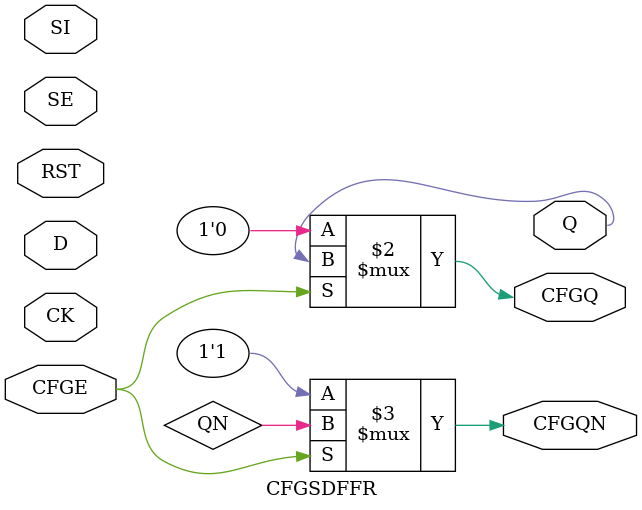
<source format=v>

module DFFQ (
  input CK, // Clock Input
  input D, // Data Input
  output Q // Q output
);
//------------Internal Variables--------
reg q_reg;

//-------------Code Starts Here---------
always @ (posedge CK) begin 
  q_reg <= D;
end

endmodule //End Of Module

//-----------------------------------------------------
// Function    : A native D-type flip-flop
//-----------------------------------------------------
module DFF (
  input CK, // Clock Input
  input D, // Data Input
  output Q, // Q output
  output QN // QB output
);
//------------Internal Variables--------
reg q_reg;

//-------------Code Starts Here---------
always @ (posedge CK) begin 
  q_reg <= D;
end

endmodule //End Of Module

//-----------------------------------------------------
// Function    : D-type flip-flop with 
//               - single output
//               - asynchronous active high reset
//-----------------------------------------------------
module DFFRQ (
  input RST, // Reset input
  input CK, // Clock Input
  input D, // Data Input
  output Q // Q output
);
//------------Internal Variables--------
reg q_reg;

//-------------Code Starts Here---------
always @ ( posedge CK or posedge RST)
if (RST) begin
  q_reg <= 1'b0;
end else begin
  q_reg <= D;
end

endmodule //End Of Module


//-----------------------------------------------------
// Function    : D-type flip-flop with 
//               - asynchronous active high reset
//-----------------------------------------------------
module DFFR (
  input RST, // Reset input
  input CK, // Clock Input
  input D, // Data Input
  output Q, // Q output
  output QN // QB output
);
//------------Internal Variables--------
reg q_reg;

//-------------Code Starts Here---------
always @ ( posedge CK or posedge RST)
if (RST) begin
  q_reg <= 1'b0;
end else begin
  q_reg <= D;
end

endmodule //End Of Module

//-----------------------------------------------------
// Function    : D-type flip-flop with 
//               - asynchronous active low reset
//-----------------------------------------------------
module DFFRN (
  input RSTN, // Reset input
  input CK, // Clock Input
  input D, // Data Input
  output Q, // Q output
  output QN // QB output
);
//------------Internal Variables--------
reg q_reg;

//-------------Code Starts Here---------
always @ ( posedge CK or negedge RSTN)
if (~RSTN) begin
  q_reg <= 1'b0;
end else begin
  q_reg <= D;
end

endmodule //End Of Module


//-----------------------------------------------------
// Function    : D-type flip-flop with 
//               - asynchronous active high set
//-----------------------------------------------------
module DFFS (
  input SET, // Set input
  input CK, // Clock Input
  input D, // Data Input
  output Q, // Q output
  output QN // QB output
);
//------------Internal Variables--------
reg q_reg;

//-------------Code Starts Here---------
always @ ( posedge CK or posedge SET)
if (SET) begin
  q_reg <= 1'b1;
end else begin
  q_reg <= D;
end

endmodule //End Of Module

//-----------------------------------------------------
// Function    : D-type flip-flop with 
//               - asynchronous active low set
//-----------------------------------------------------
module DFFSN (
  input SETN, // Set input
  input CK, // Clock Input
  input D, // Data Input
  output Q, // Q output
  output QN // QB output
);
//------------Internal Variables--------
reg q_reg;

//-------------Code Starts Here---------
always @ ( posedge CK or negedge SETN)
if (~SETN) begin
  q_reg <= 1'b1;
end else begin
  q_reg <= D;
end

endmodule //End Of Module


//-----------------------------------------------------
// Function    : D-type flip-flop with 
//               - asynchronous active high reset
//               - asynchronous active high set
//-----------------------------------------------------
module DFFSR (
  input SET, // set input
  input RST, // Reset input
  input CK, // Clock Input
  input D, // Data Input
  output Q, // Q output
  output QN // QB output
);
//------------Internal Variables--------
reg q_reg;

//-------------Code Starts Here---------
always @ ( posedge CK or posedge RST or posedge SET)
if (RST) begin
  q_reg <= 1'b0;
end else if (SET) begin
  q_reg <= 1'b1;
end else begin
  q_reg <= D;
end

endmodule //End Of Module

//-----------------------------------------------------
// Function    : D-type flip-flop with 
//               - asynchronous active high reset
//               - asynchronous active high set
//-----------------------------------------------------
module DFFSRQ (
  input SET, // set input
  input RST, // Reset input
  input CK, // Clock Input
  input D, // Data Input
  output Q // Q output
);
//------------Internal Variables--------
reg q_reg;

//-------------Code Starts Here---------
always @ ( posedge CK or posedge RST or posedge SET)
if (RST) begin
  q_reg <= 1'b0;
end else if (SET) begin
  q_reg <= 1'b1;
end else begin
  q_reg <= D;
end

assign Q = q_reg;

endmodule //End Of Module

//-----------------------------------------------------
// Function    : D-type flip-flop with 
//               - asynchronous active high reset
//               - asynchronous active high set
//               - scan-chain input
//               - a scan-chain enable 
//-----------------------------------------------------
module SDFFSR (
  input SET, // Set input
  input RST, // Reset input
  input CK, // Clock Input
  input SE, // Scan-chain Enable
  input D, // Data Input
  input SI, // Scan-chain input
  output Q, // Q output
  output QN // Q negative output
);
//------------Internal Variables--------
reg q_reg;

//-------------Code Starts Here---------
always @ ( posedge CK or posedge RST or posedge SET)
if (RST) begin
  q_reg <= 1'b0;
end else if (SET) begin
  q_reg <= 1'b1;
end else if (SE) begin
  q_reg <= SI;
end else begin
  q_reg <= D;
end

endmodule //End Of Module

//-----------------------------------------------------
// Function    : D-type flip-flop with 
//               - asynchronous active high reset
//               - scan-chain input
//               - a scan-chain enable 
//-----------------------------------------------------
module SDFFRQ (
  input RST, // Reset input
  input CK, // Clock Input
  input SE, // Scan-chain Enable
  input D, // Data Input
  input SI, // Scan-chain input
  output Q // Q output
);
//------------Internal Variables--------
reg q_reg;

//-------------Code Starts Here---------
always @ ( posedge CK or posedge RST)
if (RST) begin
  q_reg <= 1'b0;
end else if (SE) begin
  q_reg <= SI;
end else begin
  q_reg <= D;
end

assign Q = q_reg;

endmodule //End Of Module

//-----------------------------------------------------
// Function    : D-type flip-flop with 
//               - asynchronous active high reset
//               - asynchronous active high set
//               - scan-chain input
//               - a scan-chain enable 
//-----------------------------------------------------
module SDFFSRQ (
  input SET, // Set input
  input RST, // Reset input
  input CK, // Clock Input
  input SE, // Scan-chain Enable
  input D, // Data Input
  input SI, // Scan-chain input
  output Q // Q output
);
//------------Internal Variables--------
reg q_reg;

//-------------Code Starts Here---------
always @ ( posedge CK or posedge RST or posedge SET)
if (RST) begin
  q_reg <= 1'b0;
end else if (SET) begin
  q_reg <= 1'b1;
end else if (SE) begin
  q_reg <= SI;
end else begin
  q_reg <= D;
end

assign Q = q_reg;

endmodule //End Of Module

//-----------------------------------------------------
// Function    : D-type flip-flop with 
//               - asynchronous active high reset
//               - scan-chain input
//               - a scan-chain enable 
//               - a configure enable, when enabled the registered output will
//               be released to the Q
//-----------------------------------------------------
module CFGSDFFR (
  input RST, // Reset input
  input CK, // Clock Input
  input SE, // Scan-chain Enable
  input D, // Data Input
  input SI, // Scan-chain input
  input CFGE, // Configure enable
  output Q, // Regular Q output
  output CFGQ, // Data Q output which is released when configure enable is activated
  output CFGQN // Data Qb output which is released when configure enable is activated
);
//------------Internal Variables--------
reg q_reg;
wire QN;

//-------------Code Starts Here---------
always @ ( posedge CK or posedge RST)
if (RST) begin
  q_reg <= 1'b0;
end else if (SE) begin
  q_reg <= SI;
end else begin
  q_reg <= D;
end

assign CFGQ = CFGE ? Q : 1'b0;
assign CFGQN = CFGE ? QN : 1'b1;

endmodule //End Of Module

</source>
